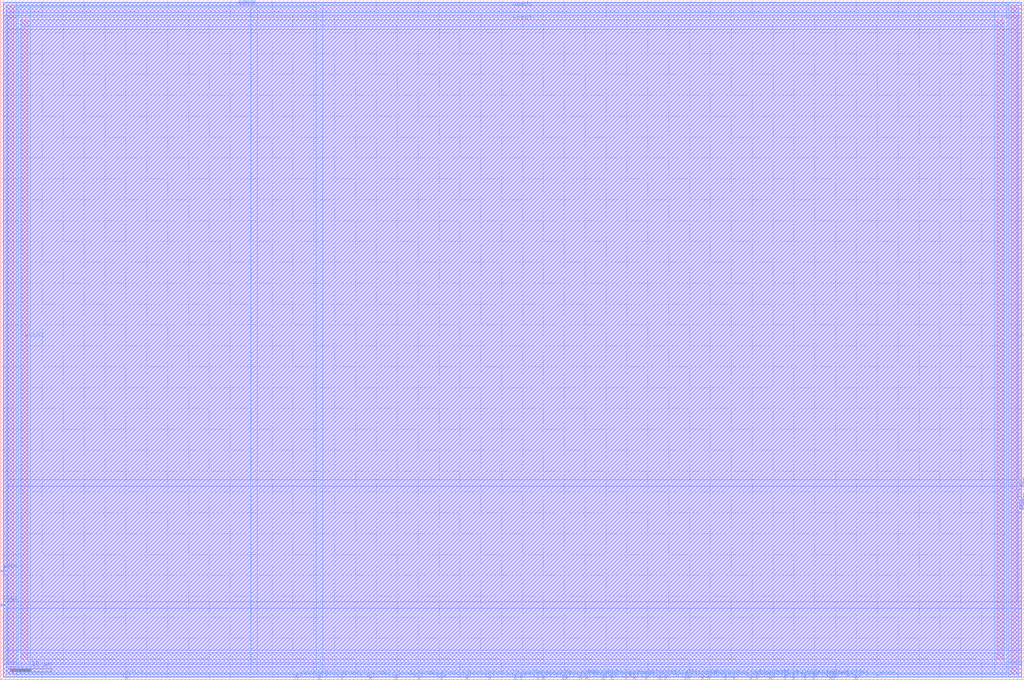
<source format=lef>
VERSION 5.4 ;
NAMESCASESENSITIVE ON ;
BUSBITCHARS "[]" ;
DIVIDERCHAR "/" ;
UNITS
  DATABASE MICRONS 1000 ;
END UNITS
MACRO sky130_sram_0kbytes_1rw_21x64_21
   CLASS BLOCK ;
   SIZE 245.18 BY 162.9 ;
   SYMMETRY X Y R90 ;
   PIN din0[0]
      DIRECTION INPUT ;
      PORT
         LAYER met4 ;
         RECT  76.16 0.0 76.54 1.06 ;
      END
   END din0[0]
   PIN din0[1]
      DIRECTION INPUT ;
      PORT
         LAYER met4 ;
         RECT  81.6 0.0 81.98 1.06 ;
      END
   END din0[1]
   PIN din0[2]
      DIRECTION INPUT ;
      PORT
         LAYER met4 ;
         RECT  88.4 0.0 88.78 1.06 ;
      END
   END din0[2]
   PIN din0[3]
      DIRECTION INPUT ;
      PORT
         LAYER met4 ;
         RECT  94.52 0.0 94.9 1.06 ;
      END
   END din0[3]
   PIN din0[4]
      DIRECTION INPUT ;
      PORT
         LAYER met4 ;
         RECT  99.96 0.0 100.34 1.06 ;
      END
   END din0[4]
   PIN din0[5]
      DIRECTION INPUT ;
      PORT
         LAYER met4 ;
         RECT  105.4 0.0 105.78 1.06 ;
      END
   END din0[5]
   PIN din0[6]
      DIRECTION INPUT ;
      PORT
         LAYER met4 ;
         RECT  111.52 0.0 111.9 1.06 ;
      END
   END din0[6]
   PIN din0[7]
      DIRECTION INPUT ;
      PORT
         LAYER met4 ;
         RECT  116.96 0.0 117.34 1.06 ;
      END
   END din0[7]
   PIN din0[8]
      DIRECTION INPUT ;
      PORT
         LAYER met4 ;
         RECT  123.08 0.0 123.46 1.06 ;
      END
   END din0[8]
   PIN din0[9]
      DIRECTION INPUT ;
      PORT
         LAYER met4 ;
         RECT  128.52 0.0 128.9 1.06 ;
      END
   END din0[9]
   PIN din0[10]
      DIRECTION INPUT ;
      PORT
         LAYER met4 ;
         RECT  135.32 0.0 135.7 1.06 ;
      END
   END din0[10]
   PIN din0[11]
      DIRECTION INPUT ;
      PORT
         LAYER met4 ;
         RECT  140.08 0.0 140.46 1.06 ;
      END
   END din0[11]
   PIN din0[12]
      DIRECTION INPUT ;
      PORT
         LAYER met4 ;
         RECT  146.2 0.0 146.58 1.06 ;
      END
   END din0[12]
   PIN din0[13]
      DIRECTION INPUT ;
      PORT
         LAYER met4 ;
         RECT  151.64 0.0 152.02 1.06 ;
      END
   END din0[13]
   PIN din0[14]
      DIRECTION INPUT ;
      PORT
         LAYER met4 ;
         RECT  157.76 0.0 158.14 1.06 ;
      END
   END din0[14]
   PIN din0[15]
      DIRECTION INPUT ;
      PORT
         LAYER met4 ;
         RECT  163.88 0.0 164.26 1.06 ;
      END
   END din0[15]
   PIN din0[16]
      DIRECTION INPUT ;
      PORT
         LAYER met4 ;
         RECT  169.32 0.0 169.7 1.06 ;
      END
   END din0[16]
   PIN din0[17]
      DIRECTION INPUT ;
      PORT
         LAYER met4 ;
         RECT  175.44 0.0 175.82 1.06 ;
      END
   END din0[17]
   PIN din0[18]
      DIRECTION INPUT ;
      PORT
         LAYER met4 ;
         RECT  180.88 0.0 181.26 1.06 ;
      END
   END din0[18]
   PIN din0[19]
      DIRECTION INPUT ;
      PORT
         LAYER met4 ;
         RECT  187.68 0.0 188.06 1.06 ;
      END
   END din0[19]
   PIN din0[20]
      DIRECTION INPUT ;
      PORT
         LAYER met4 ;
         RECT  192.44 0.0 192.82 1.06 ;
      END
   END din0[20]
   PIN din0[21]
      DIRECTION INPUT ;
      PORT
         LAYER met4 ;
         RECT  198.56 0.0 198.94 1.06 ;
      END
   END din0[21]
   PIN addr0[0]
      DIRECTION INPUT ;
      PORT
         LAYER met4 ;
         RECT  70.72 0.0 71.1 1.06 ;
      END
   END addr0[0]
   PIN addr0[1]
      DIRECTION INPUT ;
      PORT
         LAYER met4 ;
         RECT  60.52 161.84 60.9 162.9 ;
      END
   END addr0[1]
   PIN addr0[2]
      DIRECTION INPUT ;
      PORT
         LAYER met4 ;
         RECT  57.12 161.84 57.5 162.9 ;
      END
   END addr0[2]
   PIN addr0[3]
      DIRECTION INPUT ;
      PORT
         LAYER met4 ;
         RECT  57.8 161.84 58.18 162.9 ;
      END
   END addr0[3]
   PIN addr0[4]
      DIRECTION INPUT ;
      PORT
         LAYER met4 ;
         RECT  59.84 161.84 60.22 162.9 ;
      END
   END addr0[4]
   PIN addr0[5]
      DIRECTION INPUT ;
      PORT
         LAYER met4 ;
         RECT  59.16 161.84 59.54 162.9 ;
      END
   END addr0[5]
   PIN addr0[6]
      DIRECTION INPUT ;
      PORT
         LAYER met4 ;
         RECT  58.48 161.84 58.86 162.9 ;
      END
   END addr0[6]
   PIN csb0
      DIRECTION INPUT ;
      PORT
         LAYER met3 ;
         RECT  0.0 17.68 1.06 18.06 ;
      END
   END csb0
   PIN web0
      DIRECTION INPUT ;
      PORT
         LAYER met3 ;
         RECT  0.0 25.84 1.06 26.22 ;
      END
   END web0
   PIN clk0
      DIRECTION INPUT ;
      PORT
         LAYER met4 ;
         RECT  29.92 0.0 30.3 1.06 ;
      END
   END clk0
   PIN spare_wen0
      DIRECTION INPUT ;
      PORT
         LAYER met4 ;
         RECT  204.68 0.0 205.06 1.06 ;
      END
   END spare_wen0
   PIN dout0[0]
      DIRECTION OUTPUT ;
      PORT
         LAYER met4 ;
         RECT  124.44 0.0 124.82 1.06 ;
      END
   END dout0[0]
   PIN dout0[1]
      DIRECTION OUTPUT ;
      PORT
         LAYER met4 ;
         RECT  129.88 0.0 130.26 1.06 ;
      END
   END dout0[1]
   PIN dout0[2]
      DIRECTION OUTPUT ;
      PORT
         LAYER met4 ;
         RECT  134.64 0.0 135.02 1.06 ;
      END
   END dout0[2]
   PIN dout0[3]
      DIRECTION OUTPUT ;
      PORT
         LAYER met4 ;
         RECT  138.72 0.0 139.1 1.06 ;
      END
   END dout0[3]
   PIN dout0[4]
      DIRECTION OUTPUT ;
      PORT
         LAYER met4 ;
         RECT  144.16 0.0 144.54 1.06 ;
      END
   END dout0[4]
   PIN dout0[5]
      DIRECTION OUTPUT ;
      PORT
         LAYER met4 ;
         RECT  149.6 0.0 149.98 1.06 ;
      END
   END dout0[5]
   PIN dout0[6]
      DIRECTION OUTPUT ;
      PORT
         LAYER met4 ;
         RECT  154.36 0.0 154.74 1.06 ;
      END
   END dout0[6]
   PIN dout0[7]
      DIRECTION OUTPUT ;
      PORT
         LAYER met4 ;
         RECT  159.12 0.0 159.5 1.06 ;
      END
   END dout0[7]
   PIN dout0[8]
      DIRECTION OUTPUT ;
      PORT
         LAYER met4 ;
         RECT  164.56 0.0 164.94 1.06 ;
      END
   END dout0[8]
   PIN dout0[9]
      DIRECTION OUTPUT ;
      PORT
         LAYER met4 ;
         RECT  167.96 0.0 168.34 1.06 ;
      END
   END dout0[9]
   PIN dout0[10]
      DIRECTION OUTPUT ;
      PORT
         LAYER met4 ;
         RECT  173.4 0.0 173.78 1.06 ;
      END
   END dout0[10]
   PIN dout0[11]
      DIRECTION OUTPUT ;
      PORT
         LAYER met4 ;
         RECT  179.52 0.0 179.9 1.06 ;
      END
   END dout0[11]
   PIN dout0[12]
      DIRECTION OUTPUT ;
      PORT
         LAYER met4 ;
         RECT  184.28 0.0 184.66 1.06 ;
      END
   END dout0[12]
   PIN dout0[13]
      DIRECTION OUTPUT ;
      PORT
         LAYER met4 ;
         RECT  189.72 0.0 190.1 1.06 ;
      END
   END dout0[13]
   PIN dout0[14]
      DIRECTION OUTPUT ;
      PORT
         LAYER met4 ;
         RECT  194.48 0.0 194.86 1.06 ;
      END
   END dout0[14]
   PIN dout0[15]
      DIRECTION OUTPUT ;
      PORT
         LAYER met4 ;
         RECT  199.24 0.0 199.62 1.06 ;
      END
   END dout0[15]
   PIN dout0[16]
      DIRECTION OUTPUT ;
      PORT
         LAYER met3 ;
         RECT  244.12 46.92 245.18 47.3 ;
      END
   END dout0[16]
   PIN dout0[17]
      DIRECTION OUTPUT ;
      PORT
         LAYER met3 ;
         RECT  244.12 40.8 245.18 41.18 ;
      END
   END dout0[17]
   PIN dout0[18]
      DIRECTION OUTPUT ;
      PORT
         LAYER met3 ;
         RECT  244.12 41.48 245.18 41.86 ;
      END
   END dout0[18]
   PIN dout0[19]
      DIRECTION OUTPUT ;
      PORT
         LAYER met3 ;
         RECT  244.12 46.24 245.18 46.62 ;
      END
   END dout0[19]
   PIN dout0[20]
      DIRECTION OUTPUT ;
      PORT
         LAYER met3 ;
         RECT  244.12 42.16 245.18 42.54 ;
      END
   END dout0[20]
   PIN dout0[21]
      DIRECTION OUTPUT ;
      PORT
         LAYER met3 ;
         RECT  244.12 42.84 245.18 43.22 ;
      END
   END dout0[21]
   PIN vccd1
      DIRECTION INOUT ;
      USE POWER ; 
      SHAPE ABUTMENT ; 
      PORT
         LAYER met4 ;
         RECT  238.68 4.76 240.42 158.14 ;
         LAYER met4 ;
         RECT  4.76 4.76 6.5 158.14 ;
         LAYER met3 ;
         RECT  4.76 4.76 240.42 6.5 ;
         LAYER met3 ;
         RECT  4.76 156.4 240.42 158.14 ;
      END
   END vccd1
   PIN vssd1
      DIRECTION INOUT ;
      USE GROUND ; 
      SHAPE ABUTMENT ; 
      PORT
         LAYER met3 ;
         RECT  1.36 1.36 243.82 3.1 ;
         LAYER met4 ;
         RECT  1.36 1.36 3.1 161.54 ;
         LAYER met3 ;
         RECT  1.36 159.8 243.82 161.54 ;
         LAYER met4 ;
         RECT  242.08 1.36 243.82 161.54 ;
      END
   END vssd1
   OBS
   LAYER  met1 ;
      RECT  0.62 0.62 244.56 162.28 ;
   LAYER  met2 ;
      RECT  0.62 0.62 244.56 162.28 ;
   LAYER  met3 ;
      RECT  1.66 17.08 244.56 18.66 ;
      RECT  0.62 18.66 1.66 25.24 ;
      RECT  1.66 18.66 243.52 46.32 ;
      RECT  1.66 46.32 243.52 47.9 ;
      RECT  243.52 18.66 244.56 40.2 ;
      RECT  243.52 43.82 244.56 45.64 ;
      RECT  1.66 4.16 4.16 7.1 ;
      RECT  1.66 7.1 4.16 17.08 ;
      RECT  4.16 7.1 241.02 17.08 ;
      RECT  241.02 4.16 244.56 7.1 ;
      RECT  241.02 7.1 244.56 17.08 ;
      RECT  1.66 47.9 4.16 155.8 ;
      RECT  1.66 155.8 4.16 158.74 ;
      RECT  4.16 47.9 241.02 155.8 ;
      RECT  241.02 47.9 243.52 155.8 ;
      RECT  241.02 155.8 243.52 158.74 ;
      RECT  0.62 0.62 0.76 0.76 ;
      RECT  0.62 0.76 0.76 3.7 ;
      RECT  0.62 3.7 0.76 17.08 ;
      RECT  0.76 0.62 1.66 0.76 ;
      RECT  0.76 3.7 1.66 17.08 ;
      RECT  1.66 0.62 4.16 0.76 ;
      RECT  1.66 3.7 4.16 4.16 ;
      RECT  4.16 0.62 241.02 0.76 ;
      RECT  4.16 3.7 241.02 4.16 ;
      RECT  241.02 0.62 244.42 0.76 ;
      RECT  241.02 3.7 244.42 4.16 ;
      RECT  244.42 0.62 244.56 0.76 ;
      RECT  244.42 0.76 244.56 3.7 ;
      RECT  244.42 3.7 244.56 4.16 ;
      RECT  0.62 26.82 0.76 159.2 ;
      RECT  0.62 159.2 0.76 162.14 ;
      RECT  0.62 162.14 0.76 162.28 ;
      RECT  0.76 26.82 1.66 159.2 ;
      RECT  0.76 162.14 1.66 162.28 ;
      RECT  243.52 47.9 244.42 159.2 ;
      RECT  243.52 162.14 244.42 162.28 ;
      RECT  244.42 47.9 244.56 159.2 ;
      RECT  244.42 159.2 244.56 162.14 ;
      RECT  244.42 162.14 244.56 162.28 ;
      RECT  1.66 158.74 4.16 159.2 ;
      RECT  1.66 162.14 4.16 162.28 ;
      RECT  4.16 158.74 241.02 159.2 ;
      RECT  4.16 162.14 241.02 162.28 ;
      RECT  241.02 158.74 243.52 159.2 ;
      RECT  241.02 162.14 243.52 162.28 ;
   LAYER  met4 ;
      RECT  75.56 1.66 77.14 162.28 ;
      RECT  77.14 0.62 81.0 1.66 ;
      RECT  82.58 0.62 87.8 1.66 ;
      RECT  89.38 0.62 93.92 1.66 ;
      RECT  95.5 0.62 99.36 1.66 ;
      RECT  100.94 0.62 104.8 1.66 ;
      RECT  106.38 0.62 110.92 1.66 ;
      RECT  112.5 0.62 116.36 1.66 ;
      RECT  117.94 0.62 122.48 1.66 ;
      RECT  71.7 0.62 75.56 1.66 ;
      RECT  59.92 1.66 61.5 161.24 ;
      RECT  61.5 1.66 75.56 161.24 ;
      RECT  61.5 161.24 75.56 162.28 ;
      RECT  30.9 0.62 70.12 1.66 ;
      RECT  125.42 0.62 127.92 1.66 ;
      RECT  130.86 0.62 134.04 1.66 ;
      RECT  136.3 0.62 138.12 1.66 ;
      RECT  141.06 0.62 143.56 1.66 ;
      RECT  145.14 0.62 145.6 1.66 ;
      RECT  147.18 0.62 149.0 1.66 ;
      RECT  150.58 0.62 151.04 1.66 ;
      RECT  152.62 0.62 153.76 1.66 ;
      RECT  155.34 0.62 157.16 1.66 ;
      RECT  160.1 0.62 163.28 1.66 ;
      RECT  165.54 0.62 167.36 1.66 ;
      RECT  170.3 0.62 172.8 1.66 ;
      RECT  174.38 0.62 174.84 1.66 ;
      RECT  176.42 0.62 178.92 1.66 ;
      RECT  181.86 0.62 183.68 1.66 ;
      RECT  185.26 0.62 187.08 1.66 ;
      RECT  188.66 0.62 189.12 1.66 ;
      RECT  190.7 0.62 191.84 1.66 ;
      RECT  193.42 0.62 193.88 1.66 ;
      RECT  195.46 0.62 197.96 1.66 ;
      RECT  200.22 0.62 204.08 1.66 ;
      RECT  77.14 1.66 238.08 4.16 ;
      RECT  77.14 4.16 238.08 158.74 ;
      RECT  77.14 158.74 238.08 162.28 ;
      RECT  238.08 1.66 241.02 4.16 ;
      RECT  238.08 158.74 241.02 162.28 ;
      RECT  4.16 1.66 7.1 4.16 ;
      RECT  4.16 158.74 7.1 161.24 ;
      RECT  7.1 1.66 59.92 4.16 ;
      RECT  7.1 4.16 59.92 158.74 ;
      RECT  7.1 158.74 59.92 161.24 ;
      RECT  0.62 161.24 0.76 162.14 ;
      RECT  0.62 162.14 0.76 162.28 ;
      RECT  0.76 162.14 3.7 162.28 ;
      RECT  3.7 161.24 56.52 162.14 ;
      RECT  3.7 162.14 56.52 162.28 ;
      RECT  0.62 0.62 0.76 0.76 ;
      RECT  0.62 0.76 0.76 1.66 ;
      RECT  0.76 0.62 3.7 0.76 ;
      RECT  3.7 0.62 29.32 0.76 ;
      RECT  3.7 0.76 29.32 1.66 ;
      RECT  0.62 1.66 0.76 4.16 ;
      RECT  3.7 1.66 4.16 4.16 ;
      RECT  0.62 4.16 0.76 158.74 ;
      RECT  3.7 4.16 4.16 158.74 ;
      RECT  0.62 158.74 0.76 161.24 ;
      RECT  3.7 158.74 4.16 161.24 ;
      RECT  205.66 0.62 241.48 0.76 ;
      RECT  205.66 0.76 241.48 1.66 ;
      RECT  241.48 0.62 244.42 0.76 ;
      RECT  244.42 0.62 244.56 0.76 ;
      RECT  244.42 0.76 244.56 1.66 ;
      RECT  241.02 1.66 241.48 4.16 ;
      RECT  244.42 1.66 244.56 4.16 ;
      RECT  241.02 4.16 241.48 158.74 ;
      RECT  244.42 4.16 244.56 158.74 ;
      RECT  241.02 158.74 241.48 162.14 ;
      RECT  241.02 162.14 241.48 162.28 ;
      RECT  241.48 162.14 244.42 162.28 ;
      RECT  244.42 158.74 244.56 162.14 ;
      RECT  244.42 162.14 244.56 162.28 ;
   END
END    sky130_sram_0kbytes_1rw_21x64_21
END    LIBRARY

</source>
